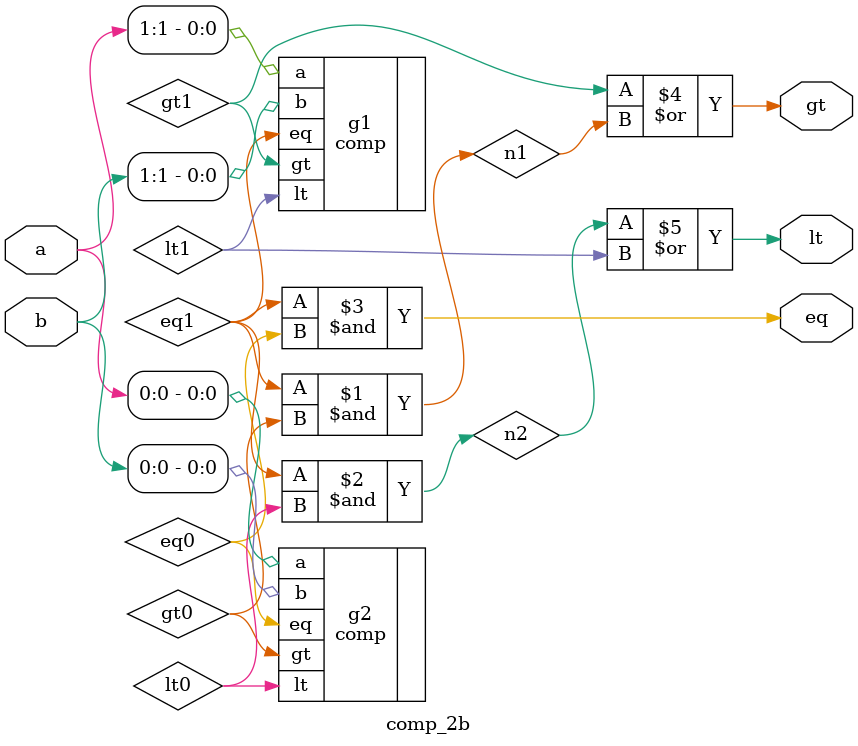
<source format=v>
`include "comp.v"
module comp_2b(a,b,gt,eq,lt);
input [1:0]a,b;
output gt,eq,lt;
wire gt1,eq1,lt1,gt0,eq0,lt0,n1,n2;
comp g1(.a(a[1]),.b(b[1]),.gt(gt1),.lt(lt1),.eq(eq1));
comp g2(.a(a[0]),.b(b[0]),.gt(gt0),.lt(lt0),.eq(eq0));
and g3(n1,eq1,gt0);
and g4(n2,eq1,lt0);
and g5(eq,eq1,eq0);
or g6(gt,gt1,n1);
or g7(lt,n2,lt1);
endmodule

</source>
